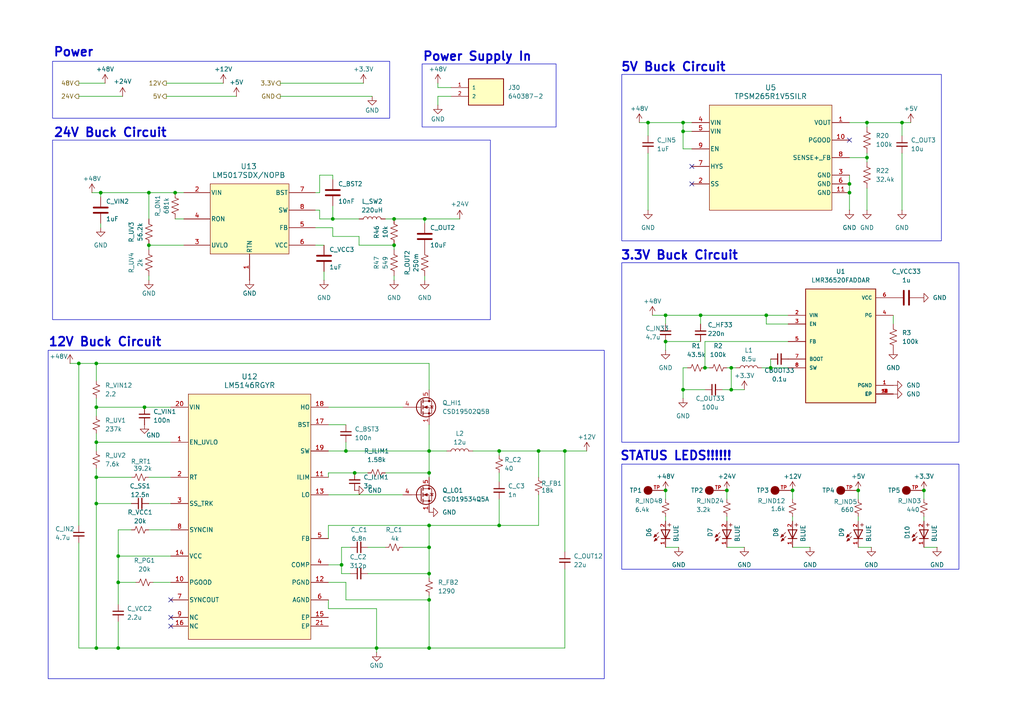
<source format=kicad_sch>
(kicad_sch (version 20231120) (generator "eeschema") (generator_version "8.0")
  (paper "A4")
  (junction (at 156.21 130.81))
  (junction (at 212.09 106.68))
  (junction (at 43.18 55.88))
  (junction (at 144.78 152.4))
  (junction (at 246.38 53.34))
  (junction (at 100.33 130.81))
  (junction (at 50.8 55.88))
  (junction (at 124.46 173.99))
  (junction (at 267.97 142.24))
  (junction (at 34.29 161.29))
  (junction (at 246.38 55.88))
  (junction (at 204.47 106.68))
  (junction (at 193.04 99.06))
  (junction (at 114.3 71.12))
  (junction (at 34.29 187.96))
  (junction (at 43.18 71.12))
  (junction (at 261.62 35.56))
  (junction (at 223.52 106.68))
  (junction (at 41.91 118.11))
  (junction (at 248.92 142.24))
  (junction (at 198.12 113.03))
  (junction (at 251.46 45.72))
  (junction (at 22.86 105.41))
  (junction (at 27.94 146.05))
  (junction (at 124.46 187.96))
  (junction (at 163.83 130.81))
  (junction (at 251.46 35.56))
  (junction (at 114.3 63.5))
  (junction (at 124.46 158.75))
  (junction (at 124.46 137.16))
  (junction (at 212.09 113.03))
  (junction (at 210.82 142.24))
  (junction (at 193.04 91.44))
  (junction (at 99.06 163.83))
  (junction (at 96.52 63.5))
  (junction (at 144.78 130.81))
  (junction (at 109.22 187.96))
  (junction (at 198.12 35.56))
  (junction (at 27.94 128.27))
  (junction (at 27.94 105.41))
  (junction (at 222.25 91.44))
  (junction (at 203.2 91.44))
  (junction (at 193.04 142.24))
  (junction (at 27.94 118.11))
  (junction (at 123.19 63.5))
  (junction (at 34.29 168.91))
  (junction (at 29.21 55.88))
  (junction (at 124.46 166.37))
  (junction (at 229.87 142.24))
  (junction (at 198.12 38.1))
  (junction (at 27.94 187.96))
  (junction (at 124.46 130.81))
  (junction (at 124.46 152.4))
  (junction (at 102.87 137.16))
  (junction (at 187.96 35.56))
  (junction (at 27.94 138.43))
  (no_connect (at 200.66 53.34))
  (no_connect (at 49.53 173.99))
  (no_connect (at 200.66 48.26))
  (no_connect (at 246.38 40.64))
  (no_connect (at 49.53 181.61))
  (no_connect (at 49.53 179.07))
  (wire (pts (xy 95.25 137.16) (xy 102.87 137.16)))
  (wire (pts (xy 27.94 128.27) (xy 27.94 130.81)))
  (wire (pts (xy 124.46 158.75) (xy 124.46 166.37)))
  (wire (pts (xy 27.94 135.89) (xy 27.94 138.43)))
  (wire (pts (xy 124.46 152.4) (xy 144.78 152.4)))
  (wire (pts (xy 34.29 161.29) (xy 49.53 161.29)))
  (wire (pts (xy 212.09 106.68) (xy 210.82 106.68)))
  (wire (pts (xy 130.81 27.94) (xy 127 27.94)))
  (wire (pts (xy 222.25 93.98) (xy 228.6 93.98)))
  (wire (pts (xy 43.18 81.28) (xy 43.18 80.01)))
  (wire (pts (xy 95.25 163.83) (xy 99.06 163.83)))
  (wire (pts (xy 187.96 39.37) (xy 187.96 35.56)))
  (wire (pts (xy 209.55 113.03) (xy 212.09 113.03)))
  (wire (pts (xy 210.82 142.24) (xy 210.82 144.78)))
  (wire (pts (xy 27.94 118.11) (xy 27.94 120.65)))
  (wire (pts (xy 95.25 176.53) (xy 95.25 173.99)))
  (wire (pts (xy 124.46 123.19) (xy 124.46 130.81)))
  (wire (pts (xy 27.94 115.57) (xy 27.94 118.11)))
  (wire (pts (xy 106.68 158.75) (xy 111.76 158.75)))
  (wire (pts (xy 248.92 149.86) (xy 248.92 151.13)))
  (wire (pts (xy 26.67 55.88) (xy 29.21 55.88)))
  (wire (pts (xy 22.86 157.48) (xy 22.86 187.96)))
  (wire (pts (xy 205.74 106.68) (xy 204.47 106.68)))
  (wire (pts (xy 123.19 64.77) (xy 123.19 63.5)))
  (wire (pts (xy 127 24.13) (xy 127 25.4)))
  (wire (pts (xy 251.46 35.56) (xy 261.62 35.56)))
  (wire (pts (xy 93.98 71.12) (xy 91.44 71.12)))
  (wire (pts (xy 43.18 63.5) (xy 43.18 55.88)))
  (wire (pts (xy 163.83 187.96) (xy 163.83 165.1)))
  (wire (pts (xy 22.86 105.41) (xy 27.94 105.41)))
  (wire (pts (xy 156.21 138.43) (xy 156.21 130.81)))
  (wire (pts (xy 251.46 36.83) (xy 251.46 35.56)))
  (wire (pts (xy 92.71 60.96) (xy 91.44 60.96)))
  (wire (pts (xy 27.94 105.41) (xy 27.94 110.49)))
  (wire (pts (xy 104.14 68.58) (xy 104.14 71.12)))
  (wire (pts (xy 27.94 146.05) (xy 27.94 187.96)))
  (wire (pts (xy 198.12 106.68) (xy 199.39 106.68)))
  (wire (pts (xy 185.42 35.56) (xy 187.96 35.56)))
  (wire (pts (xy 48.26 27.94) (xy 68.58 27.94)))
  (wire (pts (xy 156.21 152.4) (xy 156.21 143.51)))
  (wire (pts (xy 267.97 142.24) (xy 267.97 144.78)))
  (wire (pts (xy 95.25 123.19) (xy 100.33 123.19)))
  (wire (pts (xy 246.38 53.34) (xy 246.38 55.88)))
  (wire (pts (xy 43.18 72.39) (xy 43.18 71.12)))
  (wire (pts (xy 193.04 93.98) (xy 193.04 91.44)))
  (wire (pts (xy 163.83 130.81) (xy 170.18 130.81)))
  (wire (pts (xy 38.1 153.67) (xy 34.29 153.67)))
  (wire (pts (xy 246.38 35.56) (xy 251.46 35.56)))
  (wire (pts (xy 22.86 24.13) (xy 30.48 24.13)))
  (wire (pts (xy 251.46 60.96) (xy 251.46 54.61)))
  (wire (pts (xy 92.71 63.5) (xy 96.52 63.5)))
  (wire (pts (xy 144.78 144.78) (xy 144.78 152.4)))
  (wire (pts (xy 91.44 55.88) (xy 92.71 55.88)))
  (wire (pts (xy 93.98 78.74) (xy 93.98 81.28)))
  (wire (pts (xy 106.68 166.37) (xy 124.46 166.37)))
  (wire (pts (xy 95.25 176.53) (xy 109.22 176.53)))
  (wire (pts (xy 215.9 113.03) (xy 212.09 113.03)))
  (wire (pts (xy 116.84 158.75) (xy 124.46 158.75)))
  (wire (pts (xy 39.37 168.91) (xy 34.29 168.91)))
  (wire (pts (xy 111.76 137.16) (xy 124.46 137.16)))
  (wire (pts (xy 81.28 27.94) (xy 107.95 27.94)))
  (wire (pts (xy 43.18 55.88) (xy 50.8 55.88)))
  (wire (pts (xy 187.96 60.96) (xy 187.96 44.45)))
  (wire (pts (xy 229.87 149.86) (xy 229.87 151.13)))
  (wire (pts (xy 163.83 130.81) (xy 163.83 160.02)))
  (wire (pts (xy 27.94 105.41) (xy 124.46 105.41)))
  (wire (pts (xy 22.86 27.94) (xy 35.56 27.94)))
  (wire (pts (xy 91.44 66.04) (xy 96.52 66.04)))
  (wire (pts (xy 109.22 187.96) (xy 109.22 189.23)))
  (wire (pts (xy 114.3 81.28) (xy 114.3 80.01)))
  (wire (pts (xy 92.71 50.8) (xy 92.71 55.88)))
  (wire (pts (xy 234.95 158.75) (xy 229.87 158.75)))
  (wire (pts (xy 102.87 137.16) (xy 106.68 137.16)))
  (wire (pts (xy 34.29 153.67) (xy 34.29 161.29)))
  (wire (pts (xy 229.87 142.24) (xy 229.87 144.78)))
  (wire (pts (xy 29.21 64.77) (xy 29.21 66.04)))
  (wire (pts (xy 27.94 128.27) (xy 49.53 128.27)))
  (wire (pts (xy 193.04 99.06) (xy 193.04 101.6)))
  (wire (pts (xy 92.71 63.5) (xy 92.71 60.96)))
  (wire (pts (xy 198.12 115.57) (xy 198.12 113.03)))
  (wire (pts (xy 48.26 24.13) (xy 64.77 24.13)))
  (wire (pts (xy 101.6 158.75) (xy 99.06 158.75)))
  (wire (pts (xy 100.33 173.99) (xy 124.46 173.99)))
  (wire (pts (xy 114.3 63.5) (xy 111.76 63.5)))
  (wire (pts (xy 198.12 38.1) (xy 200.66 38.1)))
  (wire (pts (xy 129.54 130.81) (xy 124.46 130.81)))
  (wire (pts (xy 124.46 187.96) (xy 163.83 187.96)))
  (wire (pts (xy 41.91 118.11) (xy 49.53 118.11)))
  (wire (pts (xy 109.22 176.53) (xy 109.22 187.96)))
  (wire (pts (xy 198.12 113.03) (xy 198.12 106.68)))
  (wire (pts (xy 261.62 35.56) (xy 261.62 39.37)))
  (wire (pts (xy 222.25 91.44) (xy 228.6 91.44)))
  (wire (pts (xy 96.52 68.58) (xy 104.14 68.58)))
  (wire (pts (xy 114.3 63.5) (xy 123.19 63.5)))
  (wire (pts (xy 95.25 152.4) (xy 124.46 152.4)))
  (wire (pts (xy 100.33 128.27) (xy 100.33 130.81)))
  (wire (pts (xy 144.78 130.81) (xy 156.21 130.81)))
  (wire (pts (xy 267.97 149.86) (xy 267.97 151.13)))
  (wire (pts (xy 124.46 105.41) (xy 124.46 113.03)))
  (wire (pts (xy 223.52 106.68) (xy 223.52 104.14)))
  (wire (pts (xy 261.62 44.45) (xy 261.62 60.96)))
  (wire (pts (xy 124.46 173.99) (xy 124.46 187.96)))
  (wire (pts (xy 29.21 55.88) (xy 43.18 55.88)))
  (wire (pts (xy 189.23 91.44) (xy 193.04 91.44)))
  (wire (pts (xy 100.33 130.81) (xy 124.46 130.81)))
  (wire (pts (xy 95.25 143.51) (xy 116.84 143.51)))
  (wire (pts (xy 193.04 99.06) (xy 203.2 99.06)))
  (wire (pts (xy 96.52 50.8) (xy 92.71 50.8)))
  (wire (pts (xy 96.52 63.5) (xy 104.14 63.5)))
  (wire (pts (xy 124.46 130.81) (xy 124.46 137.16)))
  (wire (pts (xy 95.25 137.16) (xy 95.25 138.43)))
  (wire (pts (xy 198.12 35.56) (xy 198.12 38.1)))
  (wire (pts (xy 99.06 158.75) (xy 99.06 163.83)))
  (wire (pts (xy 27.94 138.43) (xy 27.94 146.05)))
  (wire (pts (xy 223.52 106.68) (xy 228.6 106.68)))
  (wire (pts (xy 96.52 52.07) (xy 96.52 50.8)))
  (wire (pts (xy 34.29 180.34) (xy 34.29 187.96)))
  (wire (pts (xy 124.46 166.37) (xy 124.46 167.64)))
  (wire (pts (xy 203.2 91.44) (xy 222.25 91.44)))
  (wire (pts (xy 22.86 187.96) (xy 27.94 187.96)))
  (wire (pts (xy 213.36 106.68) (xy 212.09 106.68)))
  (wire (pts (xy 193.04 142.24) (xy 193.04 144.78)))
  (wire (pts (xy 43.18 153.67) (xy 49.53 153.67)))
  (wire (pts (xy 95.25 130.81) (xy 100.33 130.81)))
  (wire (pts (xy 20.32 105.41) (xy 22.86 105.41)))
  (wire (pts (xy 144.78 130.81) (xy 144.78 132.08)))
  (wire (pts (xy 204.47 106.68) (xy 204.47 99.06)))
  (wire (pts (xy 96.52 66.04) (xy 96.52 68.58)))
  (wire (pts (xy 124.46 152.4) (xy 124.46 158.75)))
  (wire (pts (xy 99.06 163.83) (xy 99.06 166.37)))
  (wire (pts (xy 44.45 168.91) (xy 49.53 168.91)))
  (wire (pts (xy 34.29 187.96) (xy 109.22 187.96)))
  (wire (pts (xy 271.78 158.75) (xy 267.97 158.75)))
  (wire (pts (xy 100.33 173.99) (xy 100.33 168.91)))
  (wire (pts (xy 27.94 146.05) (xy 38.1 146.05)))
  (wire (pts (xy 29.21 57.15) (xy 29.21 55.88)))
  (wire (pts (xy 220.98 106.68) (xy 223.52 106.68)))
  (wire (pts (xy 34.29 168.91) (xy 34.29 175.26)))
  (wire (pts (xy 187.96 35.56) (xy 198.12 35.56)))
  (wire (pts (xy 50.8 55.88) (xy 53.34 55.88)))
  (wire (pts (xy 124.46 172.72) (xy 124.46 173.99)))
  (wire (pts (xy 123.19 81.28) (xy 123.19 80.01)))
  (wire (pts (xy 222.25 91.44) (xy 222.25 93.98)))
  (wire (pts (xy 99.06 166.37) (xy 101.6 166.37)))
  (wire (pts (xy 124.46 138.43) (xy 124.46 137.16)))
  (wire (pts (xy 210.82 149.86) (xy 210.82 151.13)))
  (wire (pts (xy 127 25.4) (xy 130.81 25.4)))
  (wire (pts (xy 137.16 130.81) (xy 144.78 130.81)))
  (wire (pts (xy 95.25 152.4) (xy 95.25 156.21)))
  (wire (pts (xy 215.9 158.75) (xy 210.82 158.75)))
  (wire (pts (xy 246.38 50.8) (xy 246.38 53.34)))
  (wire (pts (xy 204.47 99.06) (xy 228.6 99.06)))
  (wire (pts (xy 124.46 187.96) (xy 109.22 187.96)))
  (wire (pts (xy 198.12 113.03) (xy 204.47 113.03)))
  (wire (pts (xy 246.38 45.72) (xy 251.46 45.72)))
  (wire (pts (xy 34.29 168.91) (xy 34.29 161.29)))
  (wire (pts (xy 27.94 125.73) (xy 27.94 128.27)))
  (wire (pts (xy 252.73 158.75) (xy 248.92 158.75)))
  (wire (pts (xy 200.66 43.18) (xy 198.12 43.18)))
  (wire (pts (xy 43.18 71.12) (xy 53.34 71.12)))
  (wire (pts (xy 246.38 60.96) (xy 246.38 55.88)))
  (wire (pts (xy 22.86 105.41) (xy 22.86 152.4)))
  (wire (pts (xy 95.25 118.11) (xy 116.84 118.11)))
  (wire (pts (xy 251.46 45.72) (xy 251.46 44.45)))
  (wire (pts (xy 104.14 71.12) (xy 114.3 71.12)))
  (wire (pts (xy 27.94 138.43) (xy 38.1 138.43)))
  (wire (pts (xy 96.52 59.69) (xy 96.52 63.5)))
  (wire (pts (xy 127 27.94) (xy 127 30.48)))
  (wire (pts (xy 156.21 130.81) (xy 163.83 130.81)))
  (wire (pts (xy 27.94 118.11) (xy 41.91 118.11)))
  (wire (pts (xy 114.3 71.12) (xy 114.3 72.39)))
  (wire (pts (xy 196.85 158.75) (xy 193.04 158.75)))
  (wire (pts (xy 27.94 187.96) (xy 34.29 187.96)))
  (wire (pts (xy 203.2 93.98) (xy 203.2 91.44)))
  (wire (pts (xy 248.92 142.24) (xy 248.92 144.78)))
  (wire (pts (xy 123.19 63.5) (xy 133.35 63.5)))
  (wire (pts (xy 259.08 91.44) (xy 259.08 93.98)))
  (wire (pts (xy 251.46 46.99) (xy 251.46 45.72)))
  (wire (pts (xy 193.04 149.86) (xy 193.04 151.13)))
  (wire (pts (xy 212.09 106.68) (xy 212.09 113.03)))
  (wire (pts (xy 43.18 138.43) (xy 49.53 138.43)))
  (wire (pts (xy 144.78 137.16) (xy 144.78 139.7)))
  (wire (pts (xy 144.78 152.4) (xy 156.21 152.4)))
  (wire (pts (xy 261.62 35.56) (xy 264.16 35.56)))
  (wire (pts (xy 200.66 35.56) (xy 198.12 35.56)))
  (wire (pts (xy 81.28 24.13) (xy 105.41 24.13)))
  (wire (pts (xy 43.18 146.05) (xy 49.53 146.05)))
  (wire (pts (xy 198.12 38.1) (xy 198.12 43.18)))
  (wire (pts (xy 193.04 91.44) (xy 203.2 91.44)))
  (wire (pts (xy 100.33 168.91) (xy 95.25 168.91)))
  (wire (pts (xy 50.8 63.5) (xy 53.34 63.5)))
  (rectangle (start 15.24 17.78) (end 113.03 34.29))
  (rectangle (start 122.428 18.542) (end 161.29 36.83))
  (rectangle (start 180.34 21.59) (end 273.05 69.85))
  (rectangle (start 13.97 101.6) (end 175.26 196.85))
  (rectangle (start 15.24 40.64) (end 142.24 92.71))
  (rectangle (start 180.34 134.62) (end 278.13 165.1))
  (rectangle (start 180.34 76.2) (end 278.13 128.27))
  (text "12V Buck Circuit" (at 30.48 99.314 0) (effects (font (size 2.54 2.54) (thickness 0.508) (bold yes))))
  (text "Power" (at 21.336 15.24 0) (effects (font (size 2.54 2.54) (thickness 0.508) (bold yes))))
  (text "STATUS LEDS!!!!!!" (at 196.088 132.334 0) (effects (font (size 2.54 2.54) (thickness 0.508) (bold yes))))
  (text "Power Supply In" (at 138.43 16.51 0) (effects (font (size 2.54 2.54) (thickness 0.508) (bold yes))))
  (text "24V Buck Circuit" (exclude_from_sim yes) (at 32.004 38.608 0) (effects (font (size 2.54 2.54) (thickness 0.508) (bold yes))))
  (text "3.3V Buck Circuit" (exclude_from_sim yes) (at 197.104 74.168 0) (effects (font (size 2.54 2.54) (thickness 0.508) (bold yes))))
  (text "5V Buck Circuit" (at 195.326 19.558 0) (effects (font (size 2.54 2.54) (thickness 0.508) (bold yes))))
  (hierarchical_label "24V" (shape output) (at 22.86 27.94 180))
  (hierarchical_label "5V" (shape output) (at 48.26 27.94 180))
  (hierarchical_label "48V" (shape output) (at 22.86 24.13 180))
  (hierarchical_label "GND" (shape output) (at 81.28 27.94 180))
  (hierarchical_label "12V" (shape output) (at 48.26 24.13 180))
  (hierarchical_label "3.3V" (shape output) (at 81.28 24.13 180))
  (symbol (lib_id "WL-SMCW_0603:WL-SMCW_0603") (at 210.82 156.21 90) (unit 1)
    (property "Reference" "D7" (at 205.994 154.432 0))
    (property "Value" "BLUE" (at 213.868 154.686 0))
    (property "Footprint" "${KIPRJMOD}:WL-SMCW_0603" (effects (hide yes)))
  )
  (symbol (lib_id "power:GND") (at 261.62 60.96 0) (unit 1)
    (property "Reference" "#PWR074" (effects (hide yes)))
    (property "Value" "GND" (at 261.62 66.04 0))
    (property "Description" "Power symbol creates a global label with name \"GND\" , ground" (effects (hide yes)))
  )
  (symbol (lib_id "Device:C") (at 93.98 74.93 0) (unit 1)
    (property "Reference" "C_VCC3" (at 95.504 72.39 0) (effects (justify left)))
    (property "Value" "1uF" (at 95.504 77.47 0) (effects (justify left)))
    (property "Footprint" "Capacitor_SMD:C_0805_2012Metric" (effects (hide yes)))
    (property "Description" "Unpolarized capacitor" (effects (hide yes)))
  )
  (symbol (lib_id "Transistor_FET:CSD19502Q5B") (at 121.92 118.11 0) (unit 1)
    (property "Reference" "Q_HI1" (at 128.27 116.8399 0) (effects (justify left)))
    (property "Value" "CSD19502Q5B" (at 128.27 119.3799 0) (effects (justify left)))
    (property "Footprint" "Package_TO_SOT_SMD:TDSON-8-1" (effects (hide yes)))
    (property "Datasheet" "http://www.ti.com/lit/gpn/csd19502q5b" (effects (hide yes)))
    (property "Description" "100A Id, 80V Vds, NexFET N-Channel Power MOSFET, 4.1mOhm Ron, 48nC Qg(typ), SON8 5x6mm" (effects (hide yes)))
  )
  (symbol (lib_id "5006:5006") (at 187.96 142.24 180) (unit 1)
    (property "Reference" "TP1" (at 184.404 142.24 0))
    (property "Value" "5006" (effects (hide yes)))
    (property "Footprint" "${KIPRJMOD}:KEYSTONE_5006" (effects (hide yes)))
    (property "PARTREV" "F" (effects (hide yes)))
    (property "STANDARD" "Manufacturer Recommendations" (effects (hide yes)))
    (property "SNAPEDA_PN" "5006" (effects (hide yes)))
    (property "MAXIMUM_PACKAGE_HEIGHT" "5.59 mm" (effects (hide yes)))
    (property "MANUFACTURER" "Keystone Electronics" (effects (hide yes)))
  )
  (symbol (lib_id "power:+24V") (at 267.97 142.24 0) (unit 1)
    (property "Reference" "#PWR067" (effects (hide yes)))
    (property "Value" "+3.3V" (at 267.97 138.176 0))
    (property "Description" "Power symbol creates a global label with name \"+24V\"" (effects (hide yes)))
  )
  (symbol (lib_id "RGY0020B-MFG:LM5146RGYR") (at 49.53 118.11 0) (unit 1)
    (property "Reference" "U12" (at 72.39 109.22 0) (effects (font (size 1.524 1.524))))
    (property "Value" "LM5146RGYR" (at 72.39 111.76 0) (effects (font (size 1.524 1.524))))
    (property "Footprint" "${KIPRJMOD}:RGY0020B-MFG" (effects (hide yes)))
    (property "Datasheet" "LM5146RGYR" (effects (hide yes)))
  )
  (symbol (lib_id "2024-10-11_02-12-55:LM5017SDX_NOPB") (at 35.56 59.69 0) (unit 1)
    (property "Reference" "U13" (at 72.136 48.26 0) (effects (font (size 1.524 1.524))))
    (property "Value" "LM5017SDX/NOPB" (at 72.136 50.8 0) (effects (font (size 1.524 1.524))))
    (property "Footprint" "${KIPRJMOD}:SDC08B" (effects (hide yes)))
    (property "Datasheet" "LM5017SDX/NOPB" (effects (hide yes)))
  )
  (symbol (lib_id "Device:C_Small") (at 144.78 142.24 0) (unit 1)
    (property "Reference" "C_C3" (at 147.32 140.9762 0) (effects (justify left)))
    (property "Value" "1n" (at 147.32 143.5162 0) (effects (justify left)))
    (property "Footprint" "Capacitor_SMD:C_0805_2012Metric" (effects (hide yes)))
    (property "Description" "Unpolarized capacitor, small symbol" (effects (hide yes)))
  )
  (symbol (lib_id "Device:R_Small_US") (at 40.64 138.43 90) (unit 1)
    (property "Reference" "R_RT1" (at 40.894 133.858 90))
    (property "Value" "39.2k" (at 41.402 135.89 90))
    (property "Footprint" "Resistor_SMD:R_0805_2012Metric" (effects (hide yes)))
    (property "Description" "Resistor, small US symbol" (effects (hide yes)))
  )
  (symbol (lib_id "Transistor_FET:CSD19534Q5A") (at 121.92 143.51 0) (unit 1)
    (property "Reference" "Q_LO1" (at 128.27 142.2399 0) (effects (justify left)))
    (property "Value" "CSD19534Q5A" (at 128.27 144.7799 0) (effects (justify left)))
    (property "Footprint" "Package_TO_SOT_SMD:TDSON-8-1" (effects (hide yes)))
    (property "Datasheet" "http://www.ti.com/lit/gpn/csd19534q5a" (effects (hide yes)))
    (property "Description" "50A Id, 100V Vds, NexFET N-Channel Power MOSFET, 15.1mOhm Ron, 17nC Qg(typ), SON8 5x6mm" (effects (hide yes)))
  )
  (symbol (lib_id "power:GND") (at 93.98 81.28 0) (mirror y) (unit 1)
    (property "Reference" "#PWR061" (effects (hide yes)))
    (property "Value" "GND" (at 93.98 86.36 0))
    (property "Description" "Power symbol creates a global label with name \"GND\" , ground" (effects (hide yes)))
  )
  (symbol (lib_id "power:+24V") (at 210.82 142.24 0) (unit 1)
    (property "Reference" "#PWR064" (effects (hide yes)))
    (property "Value" "+24V" (at 210.82 138.176 0))
    (property "Description" "Power symbol creates a global label with name \"+24V\"" (effects (hide yes)))
  )
  (symbol (lib_id "Device:R_Small_US") (at 124.46 170.18 0) (unit 1)
    (property "Reference" "R_FB2" (at 127 168.9099 0) (effects (justify left)))
    (property "Value" "1290" (at 127 171.4499 0) (effects (justify left)))
    (property "Footprint" "Resistor_SMD:R_0805_2012Metric" (effects (hide yes)))
    (property "Description" "Resistor, small US symbol" (effects (hide yes)))
  )
  (symbol (lib_id "Device:R_Small_US") (at 156.21 140.97 0) (unit 1)
    (property "Reference" "R_FB1" (at 156.972 140.208 0) (effects (justify left)))
    (property "Value" "18k" (at 156.972 142.24 0) (effects (justify left)))
    (property "Footprint" "Resistor_SMD:R_0805_2012Metric" (effects (hide yes)))
    (property "Description" "Resistor, small US symbol" (effects (hide yes)))
  )
  (symbol (lib_id "Device:C_Small") (at 203.2 96.52 0) (unit 1)
    (property "Reference" "C_HF33" (at 205.232 94.234 0) (effects (justify left)))
    (property "Value" "220n" (at 205.232 96.774 0) (effects (justify left)))
    (property "Footprint" "Capacitor_SMD:C_0805_2012Metric" (effects (hide yes)))
    (property "Description" "Unpolarized capacitor, small symbol" (effects (hide yes)))
  )
  (symbol (lib_id "power:+24V") (at 189.23 91.44 0) (unit 1)
    (property "Reference" "#PWR068" (effects (hide yes)))
    (property "Value" "+48V" (at 189.23 87.376 0))
    (property "Description" "Power symbol creates a global label with name \"+24V\"" (effects (hide yes)))
  )
  (symbol (lib_id "power:+24V") (at 68.58 27.94 0) (unit 1)
    (property "Reference" "#PWR045" (effects (hide yes)))
    (property "Value" "+5V" (at 68.58 23.876 0))
    (property "Description" "Power symbol creates a global label with name \"+24V\"" (effects (hide yes)))
  )
  (symbol (lib_id "power:GND") (at 215.9 158.75 0) (unit 1)
    (property "Reference" "#PWR063" (effects (hide yes)))
    (property "Value" "GND" (at 215.9 163.83 0))
    (property "Description" "Power symbol creates a global label with name \"GND\" , ground" (effects (hide yes)))
  )
  (symbol (lib_id "WL-SMCW_0603:WL-SMCW_0603") (at 267.97 156.21 90) (unit 1)
    (property "Reference" "D10" (at 263.144 154.432 0))
    (property "Value" "BLUE" (at 271.018 154.686 0))
    (property "Footprint" "${KIPRJMOD}:WL-SMCW_0603" (effects (hide yes)))
  )
  (symbol (lib_id "Device:C_Small") (at 102.87 139.7 180) (unit 1)
    (property "Reference" "C_ILIM1" (at 105.41 138.4235 0) (effects (justify right)))
    (property "Value" "3p" (at 105.41 140.9635 0) (effects (justify right)))
    (property "Footprint" "Capacitor_SMD:C_0805_2012Metric" (effects (hide yes)))
    (property "Description" "Unpolarized capacitor, small symbol" (effects (hide yes)))
  )
  (symbol (lib_id "Device:R_Small_US") (at 267.97 147.32 0) (unit 1)
    (property "Reference" "R_IND3" (at 260.35 145.288 0) (effects (justify left)))
    (property "Value" "440" (at 262.89 147.828 0) (effects (justify left)))
    (property "Footprint" "Resistor_SMD:R_0805_2012Metric" (effects (hide yes)))
    (property "Description" "Resistor, small US symbol" (effects (hide yes)))
  )
  (symbol (lib_id "Device:C_Small") (at 104.14 158.75 90) (unit 1)
    (property "Reference" "C_C1" (at 104.14 153.67 90))
    (property "Value" "6.8n" (at 104.14 156.21 90))
    (property "Footprint" "Capacitor_SMD:C_0805_2012Metric" (effects (hide yes)))
    (property "Description" "Unpolarized capacitor, small symbol" (effects (hide yes)))
  )
  (symbol (lib_id "Device:R_Small_US") (at 144.78 134.62 0) (unit 1)
    (property "Reference" "R_C2" (at 146.304 133.35 0) (effects (justify left)))
    (property "Value" "40" (at 146.304 135.89 0) (effects (justify left)))
    (property "Footprint" "Resistor_SMD:R_0805_2012Metric" (effects (hide yes)))
    (property "Description" "Resistor, small US symbol" (effects (hide yes)))
  )
  (symbol (lib_id "Device:C") (at 123.19 68.58 0) (unit 1)
    (property "Reference" "C_OUT2" (at 124.714 66.04 0) (effects (justify left)))
    (property "Value" "10uF" (at 124.714 71.12 0) (effects (justify left)))
    (property "Footprint" "Capacitor_SMD:C_0805_2012Metric" (effects (hide yes)))
    (property "Description" "Unpolarized capacitor" (effects (hide yes)))
  )
  (symbol (lib_id "Device:R_Small_US") (at 27.94 123.19 0) (unit 1)
    (property "Reference" "R_UV1" (at 30.48 121.9199 0) (effects (justify left)))
    (property "Value" "237k" (at 30.48 124.4599 0) (effects (justify left)))
    (property "Footprint" "Resistor_SMD:R_0805_2012Metric" (effects (hide yes)))
    (property "Description" "Resistor, small US symbol" (effects (hide yes)))
  )
  (symbol (lib_id "power:+24V") (at 264.16 35.56 0) (unit 1)
    (property "Reference" "#PWR070" (effects (hide yes)))
    (property "Value" "+5V" (at 264.16 31.496 0))
    (property "Description" "Power symbol creates a global label with name \"+24V\"" (effects (hide yes)))
  )
  (symbol (lib_id "power:GND") (at 251.46 60.96 0) (unit 1)
    (property "Reference" "#PWR075" (effects (hide yes)))
    (property "Value" "GND" (at 251.46 66.04 0))
    (property "Description" "Power symbol creates a global label with name \"GND\" , ground" (effects (hide yes)))
  )
  (symbol (lib_id "Device:R_Small_US") (at 210.82 147.32 0) (unit 1)
    (property "Reference" "R_IND24" (at 201.93 145.288 0) (effects (justify left)))
    (property "Value" "3.2k" (at 201.93 147.828 0) (effects (justify left)))
    (property "Footprint" "Resistor_SMD:R_0805_2012Metric" (effects (hide yes)))
    (property "Description" "Resistor, small US symbol" (effects (hide yes)))
  )
  (symbol (lib_id "WL-SMCW_0603:WL-SMCW_0603") (at 248.92 156.21 90) (unit 1)
    (property "Reference" "D9" (at 244.094 154.432 0))
    (property "Value" "BLUE" (at 251.968 154.686 0))
    (property "Footprint" "${KIPRJMOD}:WL-SMCW_0603" (effects (hide yes)))
  )
  (symbol (lib_id "power:GND") (at 198.12 115.57 0) (unit 1)
    (property "Reference" "#PWR03" (effects (hide yes)))
    (property "Value" "GND" (at 198.12 120.65 0))
    (property "Description" "Power symbol creates a global label with name \"GND\" , ground" (effects (hide yes)))
  )
  (symbol (lib_id "power:+24V") (at 26.67 55.88 0) (unit 1)
    (property "Reference" "#PWR054" (effects (hide yes)))
    (property "Value" "+48V" (at 26.67 51.816 0))
    (property "Description" "Power symbol creates a global label with name \"+24V\"" (effects (hide yes)))
  )
  (symbol (lib_id "5006:5006") (at 243.84 142.24 180) (unit 1)
    (property "Reference" "TP4" (at 240.284 142.24 0))
    (property "Value" "5006" (effects (hide yes)))
    (property "Footprint" "${KIPRJMOD}:KEYSTONE_5006" (effects (hide yes)))
    (property "PARTREV" "F" (effects (hide yes)))
    (property "STANDARD" "Manufacturer Recommendations" (effects (hide yes)))
    (property "SNAPEDA_PN" "5006" (effects (hide yes)))
    (property "MAXIMUM_PACKAGE_HEIGHT" "5.59 mm" (effects (hide yes)))
    (property "MANUFACTURER" "Keystone Electronics" (effects (hide yes)))
  )
  (symbol (lib_id "Device:C") (at 262.89 86.36 90) (unit 1)
    (property "Reference" "C_VCC33" (at 262.89 78.74 90))
    (property "Value" "1u" (at 262.89 81.28 90))
    (property "Footprint" "Capacitor_SMD:C_0805_2012Metric" (effects (hide yes)))
    (property "Description" "Unpolarized capacitor" (effects (hide yes)))
  )
  (symbol (lib_id "Device:R_Small_US") (at 41.91 168.91 90) (unit 1)
    (property "Reference" "R_PG1" (at 41.91 162.56 90))
    (property "Value" "20k" (at 41.91 165.1 90))
    (property "Footprint" "Resistor_SMD:R_0805_2012Metric" (effects (hide yes)))
    (property "Description" "Resistor, small US symbol" (effects (hide yes)))
  )
  (symbol (lib_id "Device:C_Small") (at 22.86 154.94 0) (unit 1)
    (property "Reference" "C_IN2" (at 16.002 153.416 0) (effects (justify left)))
    (property "Value" "4.7u" (at 16.002 155.956 0) (effects (justify left)))
    (property "Footprint" "Capacitor_SMD:C_0805_2012Metric" (effects (hide yes)))
    (property "Description" "Unpolarized capacitor, small symbol" (effects (hide yes)))
  )
  (symbol (lib_id "power:GND") (at 193.04 101.6 0) (unit 1)
    (property "Reference" "#PWR02" (effects (hide yes)))
    (property "Value" "GND" (at 193.04 106.68 0))
    (property "Description" "Power symbol creates a global label with name \"GND\" , ground" (effects (hide yes)))
  )
  (symbol (lib_id "power:GND") (at 259.08 114.3 90) (unit 1)
    (property "Reference" "#PWR06" (effects (hide yes)))
    (property "Value" "GND" (at 262.89 114.2999 90) (effects (justify right)))
    (property "Description" "Power symbol creates a global label with name \"GND\" , ground" (effects (hide yes)))
  )
  (symbol (lib_id "power:+24V") (at 30.48 24.13 0) (unit 1)
    (property "Reference" "#PWR048" (effects (hide yes)))
    (property "Value" "+48V" (at 30.48 20.066 0))
    (property "Description" "Power symbol creates a global label with name \"+24V\"" (effects (hide yes)))
  )
  (symbol (lib_id "Device:C_Small") (at 163.83 162.56 0) (unit 1)
    (property "Reference" "C_OUT12" (at 166.37 161.2962 0) (effects (justify left)))
    (property "Value" "22u" (at 166.37 163.8362 0) (effects (justify left)))
    (property "Footprint" "Capacitor_SMD:C_0805_2012Metric" (effects (hide yes)))
    (property "Description" "Unpolarized capacitor, small symbol" (effects (hide yes)))
  )
  (symbol (lib_id "Device:R_Small_US") (at 248.92 147.32 0) (unit 1)
    (property "Reference" "R_IND5" (at 241.808 145.542 0) (effects (justify left)))
    (property "Value" "660" (at 243.84 147.828 0) (effects (justify left)))
    (property "Footprint" "Resistor_SMD:R_0805_2012Metric" (effects (hide yes)))
    (property "Description" "Resistor, small US symbol" (effects (hide yes)))
  )
  (symbol (lib_id "Device:C_Small") (at 34.29 177.8 0) (unit 1)
    (property "Reference" "C_VCC2" (at 36.83 176.5362 0) (effects (justify left)))
    (property "Value" "2.2u" (at 36.83 179.0762 0) (effects (justify left)))
    (property "Footprint" "Capacitor_SMD:C_0805_2012Metric" (effects (hide yes)))
    (property "Description" "Unpolarized capacitor, small symbol" (effects (hide yes)))
  )
  (symbol (lib_id "Device:R_US") (at 251.46 50.8 180) (unit 1)
    (property "Reference" "R22" (at 254 49.5299 0) (effects (justify right)))
    (property "Value" "32.4k" (at 254 52.0699 0) (effects (justify right)))
    (property "Footprint" "Resistor_SMD:R_0805_2012Metric" (effects (hide yes)))
    (property "Description" "Resistor, US symbol" (effects (hide yes)))
  )
  (symbol (lib_id "Device:R_Small_US") (at 114.3 158.75 90) (unit 1)
    (property "Reference" "R_C1" (at 114.3 153.67 90))
    (property "Value" "4k" (at 114.554 156.21 90))
    (property "Footprint" "Resistor_SMD:R_0805_2012Metric" (effects (hide yes)))
    (property "Description" "Resistor, small US symbol" (effects (hide yes)))
  )
  (symbol (lib_id "power:+24V") (at 170.18 130.81 0) (unit 1)
    (property "Reference" "#PWR053" (effects (hide yes)))
    (property "Value" "+12V" (at 170.18 126.746 0))
    (property "Description" "Power symbol creates a global label with name \"+24V\"" (effects (hide yes)))
  )
  (symbol (lib_id "power:+24V") (at 193.04 142.24 0) (unit 1)
    (property "Reference" "#PWR056" (effects (hide yes)))
    (property "Value" "+48V" (at 193.04 138.176 0))
    (property "Description" "Power symbol creates a global label with name \"+24V\"" (effects (hide yes)))
  )
  (symbol (lib_id "power:+24V") (at 248.92 142.24 0) (unit 1)
    (property "Reference" "#PWR066" (effects (hide yes)))
    (property "Value" "+5V" (at 248.92 138.176 0))
    (property "Description" "Power symbol creates a global label with name \"+24V\"" (effects (hide yes)))
  )
  (symbol (lib_id "power:+24V") (at 105.41 24.13 0) (unit 1)
    (property "Reference" "#PWR046" (effects (hide yes)))
    (property "Value" "+3.3V" (at 105.41 20.066 0))
    (property "Description" "Power symbol creates a global label with name \"+24V\"" (effects (hide yes)))
  )
  (symbol (lib_id "power:GND") (at 271.78 158.75 0) (unit 1)
    (property "Reference" "#PWR038" (effects (hide yes)))
    (property "Value" "GND" (at 271.78 163.83 0))
    (property "Description" "Power symbol creates a global label with name \"GND\" , ground" (effects (hide yes)))
  )
  (symbol (lib_id "power:+24V") (at 133.35 63.5 0) (unit 1)
    (property "Reference" "#PWR055" (effects (hide yes)))
    (property "Value" "+24V" (at 133.35 59.182 0))
    (property "Description" "Power symbol creates a global label with name \"+24V\"" (effects (hide yes)))
  )
  (symbol (lib_id "Device:R_US") (at 259.08 97.79 180) (unit 1)
    (property "Reference" "R3" (at 261.62 96.5199 0) (effects (justify right)))
    (property "Value" "100k" (at 261.62 99.0599 0) (effects (justify right)))
    (property "Footprint" "Resistor_SMD:R_0805_2012Metric" (effects (hide yes)))
    (property "Description" "Resistor, US symbol" (effects (hide yes)))
  )
  (symbol (lib_id "power:+24V") (at 64.77 24.13 0) (unit 1)
    (property "Reference" "#PWR049" (effects (hide yes)))
    (property "Value" "+12V" (at 64.77 20.066 0))
    (property "Description" "Power symbol creates a global label with name \"+24V\"" (effects (hide yes)))
  )
  (symbol (lib_id "LMR36520FADDAR:LMR36520FADDAR") (at 243.84 99.06 0) (unit 1)
    (property "Reference" "U1" (at 243.84 78.74 0))
    (property "Value" "LMR36520FADDAR" (at 243.84 81.28 0))
    (property "Footprint" "${KIPRJMOD}:IC_LMR36520FADDAR" (effects (hide yes)))
    (property "MF" "Texas Instruments" (effects (hide yes)))
    (property "MAXIMUM_PACKAGE_HEIGHT" "1.7mm" (effects (hide yes)))
    (property "Package" "HSOIC-8 Texas Instruments" (effects (hide yes)))
    (property "Price" "None" (effects (hide yes)))
    (property "Check_prices" "https://www.snapeda.com/parts/LMR36520FADDAR/Texas+Instruments/view-part/?ref=eda" (effects (hide yes)))
    (property "STANDARD" "Manufacturer Recommendations" (effects (hide yes)))
    (property "PARTREV" "B" (effects (hide yes)))
    (property "SnapEDA_Link" "https://www.snapeda.com/parts/LMR36520FADDAR/Texas+Instruments/view-part/?ref=snap" (effects (hide yes)))
    (property "MP" "LMR36520FADDAR" (effects (hide yes)))
    (property "Purchase-URL" "https://www.snapeda.com/api/url_track_click_mouser/?unipart_id=4800551&manufacturer=Texas Instruments&part_name=LMR36520FADDAR&search_term=lmr36520" (effects (hide yes)))
    (property "Description_1" "\nSIMPLE SWITCHER&reg; 4.2-V to 65-V, 2-A synchronous step-down converter with 26-uA IQ\n" (effects (hide yes)))
    (property "Availability" "In Stock" (effects (hide yes)))
    (property "MANUFACTURER" "Texas Instruments" (effects (hide yes)))
  )
  (symbol (lib_id "Device:C_Small") (at 187.96 41.91 0) (unit 1)
    (property "Reference" "C_IN5" (at 190.5 40.6462 0) (effects (justify left)))
    (property "Value" "1uF" (at 190.5 43.1862 0) (effects (justify left)))
    (property "Footprint" "Capacitor_SMD:C_0805_2012Metric" (effects (hide yes)))
    (property "Description" "Unpolarized capacitor, small symbol" (effects (hide yes)))
  )
  (symbol (lib_id "5006:5006") (at 205.74 142.24 180) (unit 1)
    (property "Reference" "TP2" (at 202.184 142.24 0))
    (property "Value" "5006" (effects (hide yes)))
    (property "Footprint" "${KIPRJMOD}:KEYSTONE_5006" (effects (hide yes)))
    (property "PARTREV" "F" (effects (hide yes)))
    (property "STANDARD" "Manufacturer Recommendations" (effects (hide yes)))
    (property "SNAPEDA_PN" "5006" (effects (hide yes)))
    (property "MAXIMUM_PACKAGE_HEIGHT" "5.59 mm" (effects (hide yes)))
    (property "MANUFACTURER" "Keystone Electronics" (effects (hide yes)))
  )
  (symbol (lib_id "Device:C_Small") (at 193.04 96.52 0) (unit 1)
    (property "Reference" "C_IN33" (at 187.198 95.25 0) (effects (justify left)))
    (property "Value" "4.7u" (at 187.198 97.79 0) (effects (justify left)))
    (property "Footprint" "Capacitor_SMD:C_0805_2012Metric" (effects (hide yes)))
    (property "Description" "Unpolarized capacitor, small symbol" (effects (hide yes)))
  )
  (symbol (lib_id "2024-10-15_18-36-57:TPSM265R1V5SILR") (at 223.52 45.72 0) (unit 1)
    (property "Reference" "U5" (at 223.52 25.4 0) (effects (font (size 1.524 1.524))))
    (property "Value" "TPSM265R1V5SILR" (at 223.52 27.94 0) (effects (font (size 1.524 1.524))))
    (property "Footprint" "${KIPRJMOD}:SIL0010C" (effects (hide yes)))
    (property "Datasheet" "TPSM265R1V5SILR" (effects (hide yes)))
  )
  (symbol (lib_id "Device:R_US") (at 114.3 67.31 180) (unit 1)
    (property "Reference" "R46" (at 109.22 67.31 90))
    (property "Value" "10k" (at 111.76 67.31 90))
    (property "Footprint" "Resistor_SMD:R_0805_2012Metric" (effects (hide yes)))
    (property "Description" "Resistor, US symbol" (effects (hide yes)))
  )
  (symbol (lib_id "power:+24V") (at 35.56 27.94 0) (unit 1)
    (property "Reference" "#PWR044" (effects (hide yes)))
    (property "Value" "+24V" (at 35.56 23.622 0))
    (property "Description" "Power symbol creates a global label with name \"+24V\"" (effects (hide yes)))
  )
  (symbol (lib_id "Device:L") (at 107.95 63.5 90) (unit 1)
    (property "Reference" "L_SW2" (at 107.95 58.42 90))
    (property "Value" "220uH" (at 107.95 60.96 90))
    (property "Footprint" "Inductor_SMD:L_0805_2012Metric" (effects (hide yes)))
    (property "Description" "Inductor" (effects (hide yes)))
  )
  (symbol (lib_id "Device:R_US") (at 251.46 40.64 180) (unit 1)
    (property "Reference" "R20" (at 254 39.3699 0) (effects (justify right)))
    (property "Value" "100k" (at 254 41.9099 0) (effects (justify right)))
    (property "Footprint" "Resistor_SMD:R_0805_2012Metric" (effects (hide yes)))
    (property "Description" "Resistor, US symbol" (effects (hide yes)))
  )
  (symbol (lib_id "Device:C_Small") (at 100.33 125.73 0) (unit 1)
    (property "Reference" "C_BST3" (at 102.87 124.4662 0) (effects (justify left)))
    (property "Value" "100n" (at 102.87 127.0062 0) (effects (justify left)))
    (property "Footprint" "Capacitor_SMD:C_0805_2012Metric" (effects (hide yes)))
    (property "Description" "Unpolarized capacitor, small symbol" (effects (hide yes)))
  )
  (symbol (lib_id "Device:C") (at 29.21 60.96 0) (unit 1)
    (property "Reference" "C_VIN2" (at 30.734 58.42 0) (effects (justify left)))
    (property "Value" "1uF" (at 30.734 63.5 0) (effects (justify left)))
    (property "Footprint" "Capacitor_SMD:C_0805_2012Metric" (effects (hide yes)))
    (property "Description" "Unpolarized capacitor" (effects (hide yes)))
  )
  (symbol (lib_id "Device:R_Small_US") (at 229.87 147.32 0) (unit 1)
    (property "Reference" "R_IND12" (at 219.71 145.288 0) (effects (justify left)))
    (property "Value" "1.6k" (at 223.52 147.574 0) (effects (justify left)))
    (property "Footprint" "Resistor_SMD:R_0805_2012Metric" (effects (hide yes)))
    (property "Description" "Resistor, small US symbol" (effects (hide yes)))
  )
  (symbol (lib_id "5006:5006") (at 262.89 142.24 180) (unit 1)
    (property "Reference" "TP5" (at 259.334 142.24 0))
    (property "Value" "5006" (effects (hide yes)))
    (property "Footprint" "${KIPRJMOD}:KEYSTONE_5006" (effects (hide yes)))
    (property "PARTREV" "F" (effects (hide yes)))
    (property "STANDARD" "Manufacturer Recommendations" (effects (hide yes)))
    (property "SNAPEDA_PN" "5006" (effects (hide yes)))
    (property "MAXIMUM_PACKAGE_HEIGHT" "5.59 mm" (effects (hide yes)))
    (property "MANUFACTURER" "Keystone Electronics" (effects (hide yes)))
  )
  (symbol (lib_id "power:GND") (at 252.73 158.75 0) (unit 1)
    (property "Reference" "#PWR037" (effects (hide yes)))
    (property "Value" "GND" (at 252.73 163.83 0))
    (property "Description" "Power symbol creates a global label with name \"GND\" , ground" (effects (hide yes)))
  )
  (symbol (lib_id "640387-2:640387-2") (at 140.97 27.94 0) (unit 1)
    (property "Reference" "J30" (at 147.32 25.3999 0) (effects (justify left)))
    (property "Value" "640387-2" (at 147.32 27.9399 0) (effects (justify left)))
    (property "Footprint" "${KIPRJMOD}:TE_640387-2" (effects (hide yes)))
    (property "PARTREV" "R" (effects (hide yes)))
    (property "STANDARD" "Manufacturer Recommendations" (effects (hide yes)))
    (property "MANUFACTURER" "TE" (effects (hide yes)))
  )
  (symbol (lib_id "power:+24V") (at 215.9 113.03 0) (unit 1)
    (property "Reference" "#PWR069" (effects (hide yes)))
    (property "Value" "+3.3V" (at 215.9 108.966 0))
    (property "Description" "Power symbol creates a global label with name \"+24V\"" (effects (hide yes)))
  )
  (symbol (lib_id "Device:R_Small_US") (at 208.28 106.68 90) (unit 1)
    (property "Reference" "R2" (at 208.28 100.33 90))
    (property "Value" "100k" (at 208.28 102.87 90))
    (property "Footprint" "Resistor_SMD:R_0805_2012Metric" (effects (hide yes)))
    (property "Description" "Resistor, small US symbol" (effects (hide yes)))
  )
  (symbol (lib_id "Device:R_Small_US") (at 40.64 153.67 270) (unit 1)
    (property "Reference" "R_VCC1" (at 40.64 148.59 90))
    (property "Value" "20k" (at 40.64 151.13 90))
    (property "Footprint" "Resistor_SMD:R_0805_2012Metric" (effects (hide yes)))
    (property "Description" "Resistor, small US symbol" (effects (hide yes)))
  )
  (symbol (lib_id "power:GND") (at 127 30.48 0) (unit 1)
    (property "Reference" "#PWR0121" (effects (hide yes)))
    (property "Value" "GND" (at 127 34.544 0))
    (property "Description" "Power symbol creates a global label with name \"GND\" , ground" (effects (hide yes)))
  )
  (symbol (lib_id "power:GND") (at 114.3 81.28 0) (mirror y) (unit 1)
    (property "Reference" "#PWR062" (effects (hide yes)))
    (property "Value" "GND" (at 114.3 86.36 0))
    (property "Description" "Power symbol creates a global label with name \"GND\" , ground" (effects (hide yes)))
  )
  (symbol (lib_id "Device:C_Small") (at 40.64 146.05 90) (unit 1)
    (property "Reference" "C_SS1" (at 40.64 140.97 90))
    (property "Value" "12.5n" (at 40.64 143.51 90))
    (property "Footprint" "Capacitor_SMD:C_0805_2012Metric" (effects (hide yes)))
    (property "Description" "Unpolarized capacitor, small symbol" (effects (hide yes)))
  )
  (symbol (lib_id "Device:C_Small") (at 261.62 41.91 0) (unit 1)
    (property "Reference" "C_OUT3" (at 264.16 40.6462 0) (effects (justify left)))
    (property "Value" "10u" (at 264.16 43.1862 0) (effects (justify left)))
    (property "Footprint" "Capacitor_SMD:C_0805_2012Metric" (effects (hide yes)))
    (property "Description" "Unpolarized capacitor, small symbol" (effects (hide yes)))
  )
  (symbol (lib_id "WL-SMCW_0603:WL-SMCW_0603") (at 193.04 156.21 90) (unit 1)
    (property "Reference" "D6" (at 188.214 154.432 0))
    (property "Value" "BLUE" (at 196.088 154.686 0))
    (property "Footprint" "${KIPRJMOD}:WL-SMCW_0603" (effects (hide yes)))
  )
  (symbol (lib_id "power:GND") (at 187.96 60.96 0) (unit 1)
    (property "Reference" "#PWR072" (effects (hide yes)))
    (property "Value" "GND" (at 187.96 66.04 0))
    (property "Description" "Power symbol creates a global label with name \"GND\" , ground" (effects (hide yes)))
  )
  (symbol (lib_id "Device:R_US") (at 114.3 76.2 180) (unit 1)
    (property "Reference" "R47" (at 109.22 76.2 90))
    (property "Value" "549" (at 111.76 76.2 90))
    (property "Footprint" "Resistor_SMD:R_0805_2012Metric" (effects (hide yes)))
    (property "Description" "Resistor, US symbol" (effects (hide yes)))
  )
  (symbol (lib_id "power:+24V") (at 20.32 105.41 0) (unit 1)
    (property "Reference" "#PWR052" (effects (hide yes)))
    (property "Value" "+48V" (at 17.018 103.378 0))
    (property "Description" "Power symbol creates a global label with name \"+24V\"" (effects (hide yes)))
  )
  (symbol (lib_id "Device:R_Small_US") (at 109.22 137.16 90) (unit 1)
    (property "Reference" "R_ILIM1" (at 109.22 130.81 90))
    (property "Value" "1.58k" (at 109.22 133.35 90))
    (property "Footprint" "Resistor_SMD:R_0805_2012Metric" (effects (hide yes)))
    (property "Description" "Resistor, small US symbol" (effects (hide yes)))
  )
  (symbol (lib_id "power:+24V") (at 185.42 35.56 0) (unit 1)
    (property "Reference" "#PWR071" (effects (hide yes)))
    (property "Value" "+48V" (at 185.42 31.496 0))
    (property "Description" "Power symbol creates a global label with name \"+24V\"" (effects (hide yes)))
  )
  (symbol (lib_id "Device:C") (at 96.52 55.88 0) (unit 1)
    (property "Reference" "C_BST2" (at 98.044 53.34 0) (effects (justify left)))
    (property "Value" "10nF" (at 98.044 58.42 0) (effects (justify left)))
    (property "Footprint" "Capacitor_SMD:C_0805_2012Metric" (effects (hide yes)))
    (property "Description" "Unpolarized capacitor" (effects (hide yes)))
  )
  (symbol (lib_id "Device:R_Small_US") (at 201.93 106.68 90) (unit 1)
    (property "Reference" "R1" (at 201.93 100.33 90))
    (property "Value" "43.5k" (at 201.93 102.87 90))
    (property "Footprint" "Resistor_SMD:R_0805_2012Metric" (effects (hide yes)))
    (property "Description" "Resistor, small US symbol" (effects (hide yes)))
  )
  (symbol (lib_id "Device:R_Small_US") (at 193.04 147.32 0) (unit 1)
    (property "Reference" "R_IND48" (at 184.15 145.288 0) (effects (justify left)))
    (property "Value" "6.4k" (at 184.15 147.828 0) (effects (justify left)))
    (property "Footprint" "Resistor_SMD:R_0805_2012Metric" (effects (hide yes)))
    (property "Description" "Resistor, small US symbol" (effects (hide yes)))
  )
  (symbol (lib_id "Device:R_US") (at 50.8 59.69 180) (unit 1)
    (property "Reference" "R_ON1" (at 45.72 59.69 90))
    (property "Value" "681k" (at 48.26 59.69 90))
    (property "Footprint" "Resistor_SMD:R_0805_2012Metric" (effects (hide yes)))
    (property "Description" "Resistor, US symbol" (effects (hide yes)))
  )
  (symbol (lib_id "WL-SMCW_0603:WL-SMCW_0603") (at 229.87 156.21 90) (unit 1)
    (property "Reference" "D8" (at 225.044 154.432 0))
    (property "Value" "BLUE" (at 232.918 154.686 0))
    (property "Footprint" "${KIPRJMOD}:WL-SMCW_0603" (effects (hide yes)))
  )
  (symbol (lib_id "power:GND") (at 107.95 27.94 0) (unit 1)
    (property "Reference" "#PWR047" (effects (hide yes)))
    (property "Value" "GND" (at 107.95 32.004 0))
    (property "Description" "Power symbol creates a global label with name \"GND\" , ground" (effects (hide yes)))
  )
  (symbol (lib_id "power:GND") (at 266.7 86.36 90) (unit 1)
    (property "Reference" "#PWR07" (effects (hide yes)))
    (property "Value" "GND" (at 270.51 86.3599 90) (effects (justify right)))
    (property "Description" "Power symbol creates a global label with name \"GND\" , ground" (effects (hide yes)))
  )
  (symbol (lib_id "Device:R_US") (at 43.18 76.2 180) (unit 1)
    (property "Reference" "R_UV4" (at 38.1 76.2 90))
    (property "Value" "2k" (at 40.64 76.2 90))
    (property "Footprint" "Resistor_SMD:R_0805_2012Metric" (effects (hide yes)))
    (property "Description" "Resistor, US symbol" (effects (hide yes)))
  )
  (symbol (lib_id "power:GND") (at 72.39 81.28 0) (unit 1)
    (property "Reference" "#PWR057" (effects (hide yes)))
    (property "Value" "GND" (at 72.39 85.09 0))
    (property "Description" "Power symbol creates a global label with name \"GND\" , ground" (effects (hide yes)))
  )
  (symbol (lib_id "power:GND") (at 234.95 158.75 0) (unit 1)
    (property "Reference" "#PWR036" (effects (hide yes)))
    (property "Value" "GND" (at 234.95 163.83 0))
    (property "Description" "Power symbol creates a global label with name \"GND\" , ground" (effects (hide yes)))
  )
  (symbol (lib_id "Device:L") (at 217.17 106.68 90) (unit 1)
    (property "Reference" "L1" (at 217.17 101.6 90))
    (property "Value" "8.5u" (at 217.17 104.14 90))
    (property "Footprint" "Inductor_SMD:L_0805_2012Metric" (effects (hide yes)))
    (property "Description" "Inductor" (effects (hide yes)))
  )
  (symbol (lib_id "power:GND") (at 259.08 101.6 0) (unit 1)
    (property "Reference" "#PWR04" (effects (hide yes)))
    (property "Value" "GND" (at 259.08 106.68 0))
    (property "Description" "Power symbol creates a global label with name \"GND\" , ground" (effects (hide yes)))
  )
  (symbol (lib_id "Device:R_US") (at 123.19 76.2 180) (unit 1)
    (property "Reference" "R_OUT2" (at 118.11 76.2 90))
    (property "Value" "250m" (at 120.65 76.2 90))
    (property "Footprint" "Resistor_SMD:R_0805_2012Metric" (effects (hide yes)))
    (property "Description" "Resistor, US symbol" (effects (hide yes)))
  )
  (symbol (lib_id "power:GND") (at 259.08 111.76 90) (unit 1)
    (property "Reference" "#PWR05" (effects (hide yes)))
    (property "Value" "GND" (at 262.89 111.7599 90) (effects (justify right)))
    (property "Description" "Power symbol creates a global label with name \"GND\" , ground" (effects (hide yes)))
  )
  (symbol (lib_id "Device:C_Small") (at 226.06 104.14 90) (unit 1)
    (property "Reference" "CBOOT33" (at 226.06 107.442 90))
    (property "Value" "0.1u" (at 226.06 109.982 90))
    (property "Footprint" "Capacitor_SMD:C_0805_2012Metric" (effects (hide yes)))
    (property "Description" "Unpolarized capacitor, small symbol" (effects (hide yes)))
  )
  (symbol (lib_id "power:GND") (at 29.21 66.04 0) (mirror y) (unit 1)
    (property "Reference" "#PWR059" (effects (hide yes)))
    (property "Value" "GND" (at 29.21 71.12 0))
    (property "Description" "Power symbol creates a global label with name \"GND\" , ground" (effects (hide yes)))
  )
  (symbol (lib_id "Device:C_Small") (at 207.01 113.03 90) (unit 1)
    (property "Reference" "C_OUT33" (at 205.994 115.57 90))
    (property "Value" "100u" (at 205.994 118.11 90))
    (property "Footprint" "Capacitor_SMD:C_0805_2012Metric" (effects (hide yes)))
    (property "Description" "Unpolarized capacitor, small symbol" (effects (hide yes)))
  )
  (symbol (lib_id "Device:R_Small_US") (at 27.94 133.35 0) (unit 1)
    (property "Reference" "R_UV2" (at 30.48 132.0799 0) (effects (justify left)))
    (property "Value" "7.6k" (at 30.48 134.6199 0) (effects (justify left)))
    (property "Footprint" "Resistor_SMD:R_0805_2012Metric" (effects (hide yes)))
    (property "Description" "Resistor, small US symbol" (effects (hide yes)))
  )
  (symbol (lib_id "Device:R_US") (at 43.18 67.31 180) (unit 1)
    (property "Reference" "R_UV3" (at 38.1 67.31 90))
    (property "Value" "56.2k" (at 40.64 67.31 90))
    (property "Footprint" "Resistor_SMD:R_0805_2012Metric" (effects (hide yes)))
    (property "Description" "Resistor, US symbol" (effects (hide yes)))
  )
  (symbol (lib_id "power:+24V") (at 127 24.13 0) (unit 1)
    (property "Reference" "#PWR0120" (effects (hide yes)))
    (property "Value" "+48V" (at 127 20.066 0))
    (property "Description" "Power symbol creates a global label with name \"+24V\"" (effects (hide yes)))
  )
  (symbol (lib_id "power:GND") (at 102.87 142.24 90) (unit 1)
    (property "Reference" "#PWR026" (effects (hide yes)))
    (property "Value" "GND" (at 106.68 142.2399 90) (effects (justify right)))
    (property "Description" "Power symbol creates a global label with name \"GND\" , ground" (effects (hide yes)))
  )
  (symbol (lib_id "power:GND") (at 123.19 81.28 0) (mirror y) (unit 1)
    (property "Reference" "#PWR060" (effects (hide yes)))
    (property "Value" "GND" (at 123.19 86.36 0))
    (property "Description" "Power symbol creates a global label with name \"GND\" , ground" (effects (hide yes)))
  )
  (symbol (lib_id "power:GND") (at 109.22 189.23 0) (unit 1)
    (property "Reference" "#PWR028" (effects (hide yes)))
    (property "Value" "GND" (at 109.22 193.04 0))
    (property "Description" "Power symbol creates a global label with name \"GND\" , ground" (effects (hide yes)))
  )
  (symbol (lib_id "power:GND") (at 124.46 148.59 90) (unit 1)
    (property "Reference" "#PWR087" (effects (hide yes)))
    (property "Value" "GND" (at 128.27 148.5899 90) (effects (justify right)))
    (property "Description" "Power symbol creates a global label with name \"GND\" , ground" (effects (hide yes)))
  )
  (symbol (lib_id "power:GND") (at 41.91 123.19 0) (unit 1)
    (property "Reference" "#PWR027" (effects (hide yes)))
    (property "Value" "GND" (at 44.45 126.238 0))
    (property "Description" "Power symbol creates a global label with name \"GND\" , ground" (effects (hide yes)))
  )
  (symbol (lib_id "power:GND") (at 246.38 60.96 0) (unit 1)
    (property "Reference" "#PWR073" (effects (hide yes)))
    (property "Value" "GND" (at 246.38 66.04 0))
    (property "Description" "Power symbol creates a global label with name \"GND\" , ground" (effects (hide yes)))
  )
  (symbol (lib_id "5006:5006") (at 224.79 142.24 180) (unit 1)
    (property "Reference" "TP3" (at 221.234 142.24 0))
    (property "Value" "5006" (effects (hide yes)))
    (property "Footprint" "${KIPRJMOD}:KEYSTONE_5006" (effects (hide yes)))
    (property "PARTREV" "F" (effects (hide yes)))
    (property "STANDARD" "Manufacturer Recommendations" (effects (hide yes)))
    (property "SNAPEDA_PN" "5006" (effects (hide yes)))
    (property "MAXIMUM_PACKAGE_HEIGHT" "5.59 mm" (effects (hide yes)))
    (property "MANUFACTURER" "Keystone Electronics" (effects (hide yes)))
  )
  (symbol (lib_id "Device:L") (at 133.35 130.81 90) (unit 1)
    (property "Reference" "L2" (at 133.35 125.73 90))
    (property "Value" "12u" (at 133.35 128.27 90))
    (property "Footprint" "Inductor_SMD:L_0805_2012Metric" (effects (hide yes)))
    (property "Description" "Inductor" (effects (hide yes)))
  )
  (symbol (lib_id "Device:C_Small") (at 41.91 120.65 0) (unit 1)
    (property "Reference" "C_VIN1" (at 44.45 119.3862 0) (effects (justify left)))
    (property "Value" "100n" (at 44.45 121.9262 0) (effects (justify left)))
    (property "Footprint" "Capacitor_SMD:C_0805_2012Metric" (effects (hide yes)))
    (property "Description" "Unpolarized capacitor, small symbol" (effects (hide yes)))
  )
  (symbol (lib_id "Device:C_Small") (at 104.14 166.37 90) (unit 1)
    (property "Reference" "C_C2" (at 103.886 161.544 90))
    (property "Value" "312p" (at 103.886 164.084 90))
    (property "Footprint" "Capacitor_SMD:C_0805_2012Metric" (effects (hide yes)))
    (property "Description" "Unpolarized capacitor, small symbol" (effects (hide yes)))
  )
  (symbol (lib_id "power:GND") (at 196.85 158.75 0) (unit 1)
    (property "Reference" "#PWR034" (effects (hide yes)))
    (property "Value" "GND" (at 196.85 163.83 0))
    (property "Description" "Power symbol creates a global label with name \"GND\" , ground" (effects (hide yes)))
  )
  (symbol (lib_id "power:+24V") (at 229.87 142.24 0) (unit 1)
    (property "Reference" "#PWR065" (effects (hide yes)))
    (property "Value" "+12V" (at 229.87 138.176 0))
    (property "Description" "Power symbol creates a global label with name \"+24V\"" (effects (hide yes)))
  )
  (symbol (lib_id "Device:R_Small_US") (at 27.94 113.03 0) (unit 1)
    (property "Reference" "R_VIN12" (at 30.48 111.7599 0) (effects (justify left)))
    (property "Value" "2.2" (at 30.48 114.2999 0) (effects (justify left)))
    (property "Footprint" "Resistor_SMD:R_0805_2012Metric" (effects (hide yes)))
    (property "Description" "Resistor, small US symbol" (effects (hide yes)))
  )
  (symbol (lib_id "power:GND") (at 43.18 81.28 0) (unit 1)
    (property "Reference" "#PWR058" (effects (hide yes)))
    (property "Value" "GND" (at 43.18 85.09 0))
    (property "Description" "Power symbol creates a global label with name \"GND\" , ground" (effects (hide yes)))
  )
)
</source>
